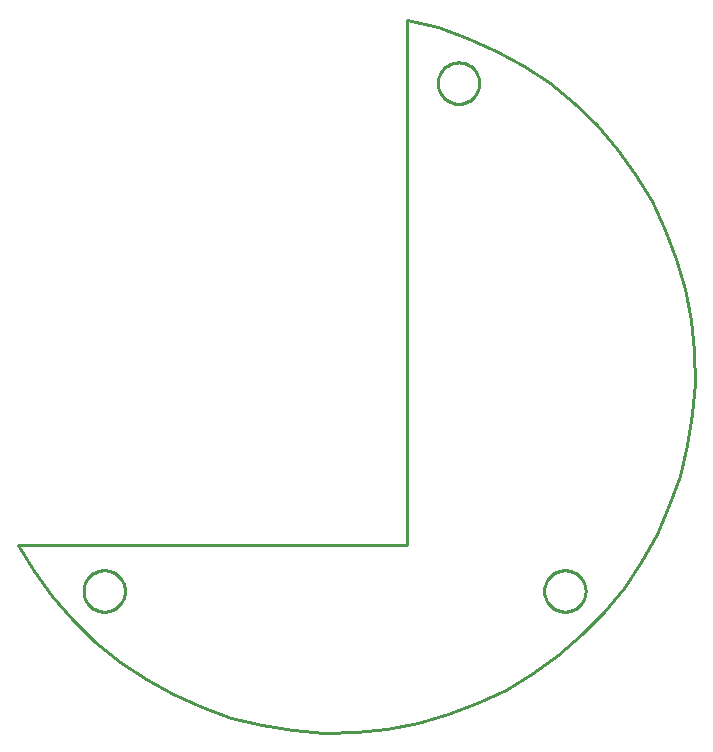
<source format=gbr>
G04 EAGLE Gerber RS-274X export*
G75*
%MOMM*%
%FSLAX34Y34*%
%LPD*%
%IN*%
%IPPOS*%
%AMOC8*
5,1,8,0,0,1.08239X$1,22.5*%
G01*
%ADD10C,0.254000*%


D10*
X57378Y168700D02*
X70219Y147335D01*
X85801Y125767D01*
X103204Y105639D01*
X122295Y87105D01*
X142929Y70306D01*
X164948Y55368D01*
X188186Y42407D01*
X212464Y31520D01*
X237599Y22791D01*
X263400Y16285D01*
X289669Y12053D01*
X316207Y10126D01*
X342812Y10520D01*
X369281Y13231D01*
X395414Y18239D01*
X421010Y25505D01*
X445876Y34975D01*
X469822Y46575D01*
X492665Y60219D01*
X514233Y75801D01*
X534360Y93204D01*
X552895Y112295D01*
X569694Y132929D01*
X584632Y154948D01*
X597593Y178186D01*
X608480Y202464D01*
X617209Y227600D01*
X623715Y253400D01*
X627947Y279669D01*
X629873Y306207D01*
X629480Y332812D01*
X626769Y359281D01*
X621761Y385414D01*
X614495Y411010D01*
X605025Y435876D01*
X593425Y459822D01*
X579781Y482666D01*
X564199Y504233D01*
X546796Y524361D01*
X527705Y542895D01*
X507071Y559694D01*
X485052Y574632D01*
X461814Y587593D01*
X437535Y598480D01*
X412400Y607210D01*
X386600Y613715D01*
X386600Y168700D01*
X57378Y168700D01*
X147500Y129427D02*
X147425Y128284D01*
X147276Y127148D01*
X147052Y126024D01*
X146755Y124917D01*
X146387Y123832D01*
X145949Y122774D01*
X145442Y121746D01*
X144869Y120754D01*
X144232Y119801D01*
X143535Y118892D01*
X142779Y118031D01*
X141969Y117221D01*
X141108Y116465D01*
X140199Y115768D01*
X139246Y115131D01*
X138254Y114558D01*
X137226Y114051D01*
X136168Y113613D01*
X135083Y113245D01*
X133976Y112948D01*
X132852Y112725D01*
X131716Y112575D01*
X130573Y112500D01*
X129427Y112500D01*
X128284Y112575D01*
X127148Y112725D01*
X126024Y112948D01*
X124917Y113245D01*
X123832Y113613D01*
X122774Y114051D01*
X121746Y114558D01*
X120754Y115131D01*
X119801Y115768D01*
X118892Y116465D01*
X118031Y117221D01*
X117221Y118031D01*
X116465Y118892D01*
X115768Y119801D01*
X115131Y120754D01*
X114558Y121746D01*
X114051Y122774D01*
X113613Y123832D01*
X113245Y124917D01*
X112948Y126024D01*
X112725Y127148D01*
X112575Y128284D01*
X112500Y129427D01*
X112500Y130573D01*
X112575Y131716D01*
X112725Y132852D01*
X112948Y133976D01*
X113245Y135083D01*
X113613Y136168D01*
X114051Y137226D01*
X114558Y138254D01*
X115131Y139246D01*
X115768Y140199D01*
X116465Y141108D01*
X117221Y141969D01*
X118031Y142779D01*
X118892Y143535D01*
X119801Y144232D01*
X120754Y144869D01*
X121746Y145442D01*
X122774Y145949D01*
X123832Y146387D01*
X124917Y146755D01*
X126024Y147052D01*
X127148Y147276D01*
X128284Y147425D01*
X129427Y147500D01*
X130573Y147500D01*
X131716Y147425D01*
X132852Y147276D01*
X133976Y147052D01*
X135083Y146755D01*
X136168Y146387D01*
X137226Y145949D01*
X138254Y145442D01*
X139246Y144869D01*
X140199Y144232D01*
X141108Y143535D01*
X141969Y142779D01*
X142779Y141969D01*
X143535Y141108D01*
X144232Y140199D01*
X144869Y139246D01*
X145442Y138254D01*
X145949Y137226D01*
X146387Y136168D01*
X146755Y135083D01*
X147052Y133976D01*
X147276Y132852D01*
X147425Y131716D01*
X147500Y130573D01*
X147500Y129427D01*
X537500Y129427D02*
X537425Y128284D01*
X537276Y127148D01*
X537052Y126024D01*
X536755Y124917D01*
X536387Y123832D01*
X535949Y122774D01*
X535442Y121746D01*
X534869Y120754D01*
X534232Y119801D01*
X533535Y118892D01*
X532779Y118031D01*
X531969Y117221D01*
X531108Y116465D01*
X530199Y115768D01*
X529246Y115131D01*
X528254Y114558D01*
X527226Y114051D01*
X526168Y113613D01*
X525083Y113245D01*
X523976Y112948D01*
X522852Y112725D01*
X521716Y112575D01*
X520573Y112500D01*
X519427Y112500D01*
X518284Y112575D01*
X517148Y112725D01*
X516024Y112948D01*
X514917Y113245D01*
X513832Y113613D01*
X512774Y114051D01*
X511746Y114558D01*
X510754Y115131D01*
X509801Y115768D01*
X508892Y116465D01*
X508031Y117221D01*
X507221Y118031D01*
X506465Y118892D01*
X505768Y119801D01*
X505131Y120754D01*
X504558Y121746D01*
X504051Y122774D01*
X503613Y123832D01*
X503245Y124917D01*
X502948Y126024D01*
X502725Y127148D01*
X502575Y128284D01*
X502500Y129427D01*
X502500Y130573D01*
X502575Y131716D01*
X502725Y132852D01*
X502948Y133976D01*
X503245Y135083D01*
X503613Y136168D01*
X504051Y137226D01*
X504558Y138254D01*
X505131Y139246D01*
X505768Y140199D01*
X506465Y141108D01*
X507221Y141969D01*
X508031Y142779D01*
X508892Y143535D01*
X509801Y144232D01*
X510754Y144869D01*
X511746Y145442D01*
X512774Y145949D01*
X513832Y146387D01*
X514917Y146755D01*
X516024Y147052D01*
X517148Y147276D01*
X518284Y147425D01*
X519427Y147500D01*
X520573Y147500D01*
X521716Y147425D01*
X522852Y147276D01*
X523976Y147052D01*
X525083Y146755D01*
X526168Y146387D01*
X527226Y145949D01*
X528254Y145442D01*
X529246Y144869D01*
X530199Y144232D01*
X531108Y143535D01*
X531969Y142779D01*
X532779Y141969D01*
X533535Y141108D01*
X534232Y140199D01*
X534869Y139246D01*
X535442Y138254D01*
X535949Y137226D01*
X536387Y136168D01*
X536755Y135083D01*
X537052Y133976D01*
X537276Y132852D01*
X537425Y131716D01*
X537500Y130573D01*
X537500Y129427D01*
X447500Y559427D02*
X447425Y558284D01*
X447276Y557148D01*
X447052Y556024D01*
X446755Y554917D01*
X446387Y553832D01*
X445949Y552774D01*
X445442Y551746D01*
X444869Y550754D01*
X444232Y549801D01*
X443535Y548892D01*
X442779Y548031D01*
X441969Y547221D01*
X441108Y546465D01*
X440199Y545768D01*
X439246Y545131D01*
X438254Y544558D01*
X437226Y544051D01*
X436168Y543613D01*
X435083Y543245D01*
X433976Y542948D01*
X432852Y542725D01*
X431716Y542575D01*
X430573Y542500D01*
X429427Y542500D01*
X428284Y542575D01*
X427148Y542725D01*
X426024Y542948D01*
X424917Y543245D01*
X423832Y543613D01*
X422774Y544051D01*
X421746Y544558D01*
X420754Y545131D01*
X419801Y545768D01*
X418892Y546465D01*
X418031Y547221D01*
X417221Y548031D01*
X416465Y548892D01*
X415768Y549801D01*
X415131Y550754D01*
X414558Y551746D01*
X414051Y552774D01*
X413613Y553832D01*
X413245Y554917D01*
X412948Y556024D01*
X412725Y557148D01*
X412575Y558284D01*
X412500Y559427D01*
X412500Y560573D01*
X412575Y561716D01*
X412725Y562852D01*
X412948Y563976D01*
X413245Y565083D01*
X413613Y566168D01*
X414051Y567226D01*
X414558Y568254D01*
X415131Y569246D01*
X415768Y570199D01*
X416465Y571108D01*
X417221Y571969D01*
X418031Y572779D01*
X418892Y573535D01*
X419801Y574232D01*
X420754Y574869D01*
X421746Y575442D01*
X422774Y575949D01*
X423832Y576387D01*
X424917Y576755D01*
X426024Y577052D01*
X427148Y577276D01*
X428284Y577425D01*
X429427Y577500D01*
X430573Y577500D01*
X431716Y577425D01*
X432852Y577276D01*
X433976Y577052D01*
X435083Y576755D01*
X436168Y576387D01*
X437226Y575949D01*
X438254Y575442D01*
X439246Y574869D01*
X440199Y574232D01*
X441108Y573535D01*
X441969Y572779D01*
X442779Y571969D01*
X443535Y571108D01*
X444232Y570199D01*
X444869Y569246D01*
X445442Y568254D01*
X445949Y567226D01*
X446387Y566168D01*
X446755Y565083D01*
X447052Y563976D01*
X447276Y562852D01*
X447425Y561716D01*
X447500Y560573D01*
X447500Y559427D01*
M02*

</source>
